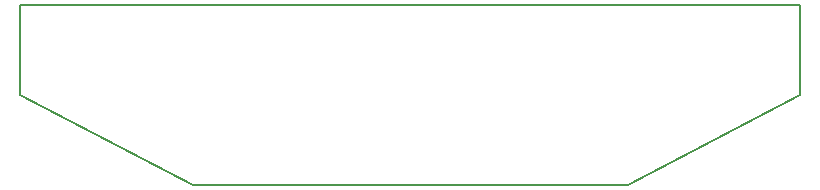
<source format=gm1>
%TF.GenerationSoftware,KiCad,Pcbnew,4.0.7-e2-6376~58~ubuntu16.04.1*%
%TF.CreationDate,2018-01-05T22:29:52-05:00*%
%TF.ProjectId,GarageFrontPanel,47617261676546726F6E7450616E656C,rev?*%
%TF.FileFunction,Profile,NP*%
%FSLAX46Y46*%
G04 Gerber Fmt 4.6, Leading zero omitted, Abs format (unit mm)*
G04 Created by KiCad (PCBNEW 4.0.7-e2-6376~58~ubuntu16.04.1) date Fri Jan  5 22:29:52 2018*
%MOMM*%
%LPD*%
G01*
G04 APERTURE LIST*
%ADD10C,0.150000*%
%ADD11C,0.127000*%
G04 APERTURE END LIST*
D10*
D11*
X139065000Y-104140000D02*
X175895000Y-104140000D01*
X190500000Y-96520000D02*
X190500000Y-88900000D01*
X175895000Y-104140000D02*
X190500000Y-96520000D01*
X124460000Y-96520000D02*
X139065000Y-104140000D01*
X124460000Y-88900000D02*
X124460000Y-96520000D01*
X190500000Y-88900000D02*
X124460000Y-88900000D01*
M02*

</source>
